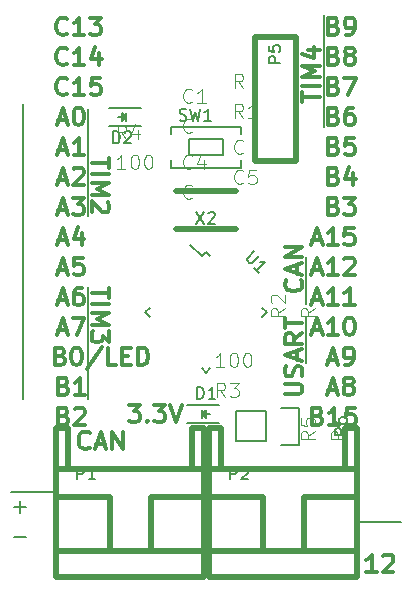
<source format=gbr>
G04 #@! TF.FileFunction,Legend,Top*
%FSLAX46Y46*%
G04 Gerber Fmt 4.6, Leading zero omitted, Abs format (unit mm)*
G04 Created by KiCad (PCBNEW 4.0.4-stable) date 11/06/16 21:39:48*
%MOMM*%
%LPD*%
G01*
G04 APERTURE LIST*
%ADD10C,0.100000*%
%ADD11C,0.300000*%
%ADD12C,0.200000*%
%ADD13C,0.150000*%
%ADD14C,0.500000*%
%ADD15C,0.101600*%
G04 APERTURE END LIST*
D10*
D11*
X8321429Y-24642857D02*
X8321429Y-25500000D01*
X6821429Y-25071429D02*
X8321429Y-25071429D01*
X6821429Y-26000000D02*
X8321429Y-26000000D01*
X6821429Y-26714286D02*
X8321429Y-26714286D01*
X7250000Y-27214286D01*
X8321429Y-27714286D01*
X6821429Y-27714286D01*
X8321429Y-28285715D02*
X8321429Y-29214286D01*
X7750000Y-28714286D01*
X7750000Y-28928572D01*
X7678571Y-29071429D01*
X7607143Y-29142858D01*
X7464286Y-29214286D01*
X7107143Y-29214286D01*
X6964286Y-29142858D01*
X6892857Y-29071429D01*
X6821429Y-28928572D01*
X6821429Y-28500000D01*
X6892857Y-28357143D01*
X6964286Y-28285715D01*
X8321429Y-13642857D02*
X8321429Y-14500000D01*
X6821429Y-14071429D02*
X8321429Y-14071429D01*
X6821429Y-15000000D02*
X8321429Y-15000000D01*
X6821429Y-15714286D02*
X8321429Y-15714286D01*
X7250000Y-16214286D01*
X8321429Y-16714286D01*
X6821429Y-16714286D01*
X8178571Y-17357143D02*
X8250000Y-17428572D01*
X8321429Y-17571429D01*
X8321429Y-17928572D01*
X8250000Y-18071429D01*
X8178571Y-18142858D01*
X8035714Y-18214286D01*
X7892857Y-18214286D01*
X7678571Y-18142858D01*
X6821429Y-17285715D01*
X6821429Y-18214286D01*
X24678571Y-8857143D02*
X24678571Y-8000000D01*
X26178571Y-8428571D02*
X24678571Y-8428571D01*
X26178571Y-7500000D02*
X24678571Y-7500000D01*
X26178571Y-6785714D02*
X24678571Y-6785714D01*
X25750000Y-6285714D01*
X24678571Y-5785714D01*
X26178571Y-5785714D01*
X25178571Y-4428571D02*
X26178571Y-4428571D01*
X24607143Y-4785714D02*
X25678571Y-5142857D01*
X25678571Y-4214285D01*
D12*
X26500000Y-11000000D02*
X26500000Y-1500000D01*
X6500000Y-24500000D02*
X6500000Y-34000000D01*
X6500000Y-9500000D02*
X6500000Y-18500000D01*
X1000000Y-9000000D02*
X1000000Y-34000000D01*
D11*
X23178571Y-33607142D02*
X24392857Y-33607142D01*
X24535714Y-33535714D01*
X24607143Y-33464285D01*
X24678571Y-33321428D01*
X24678571Y-33035714D01*
X24607143Y-32892856D01*
X24535714Y-32821428D01*
X24392857Y-32749999D01*
X23178571Y-32749999D01*
X24607143Y-32107142D02*
X24678571Y-31892856D01*
X24678571Y-31535713D01*
X24607143Y-31392856D01*
X24535714Y-31321427D01*
X24392857Y-31249999D01*
X24250000Y-31249999D01*
X24107143Y-31321427D01*
X24035714Y-31392856D01*
X23964286Y-31535713D01*
X23892857Y-31821427D01*
X23821429Y-31964285D01*
X23750000Y-32035713D01*
X23607143Y-32107142D01*
X23464286Y-32107142D01*
X23321429Y-32035713D01*
X23250000Y-31964285D01*
X23178571Y-31821427D01*
X23178571Y-31464285D01*
X23250000Y-31249999D01*
X24250000Y-30678571D02*
X24250000Y-29964285D01*
X24678571Y-30821428D02*
X23178571Y-30321428D01*
X24678571Y-29821428D01*
X24678571Y-28464285D02*
X23964286Y-28964285D01*
X24678571Y-29321428D02*
X23178571Y-29321428D01*
X23178571Y-28750000D01*
X23250000Y-28607142D01*
X23321429Y-28535714D01*
X23464286Y-28464285D01*
X23678571Y-28464285D01*
X23821429Y-28535714D01*
X23892857Y-28607142D01*
X23964286Y-28750000D01*
X23964286Y-29321428D01*
X23178571Y-28035714D02*
X23178571Y-27178571D01*
X24678571Y-27607142D02*
X23178571Y-27607142D01*
D12*
X25000000Y-27000000D02*
X25000000Y-31000000D01*
D11*
X24535714Y-23964285D02*
X24607143Y-24035714D01*
X24678571Y-24250000D01*
X24678571Y-24392857D01*
X24607143Y-24607142D01*
X24464286Y-24750000D01*
X24321429Y-24821428D01*
X24035714Y-24892857D01*
X23821429Y-24892857D01*
X23535714Y-24821428D01*
X23392857Y-24750000D01*
X23250000Y-24607142D01*
X23178571Y-24392857D01*
X23178571Y-24250000D01*
X23250000Y-24035714D01*
X23321429Y-23964285D01*
X24250000Y-23392857D02*
X24250000Y-22678571D01*
X24678571Y-23535714D02*
X23178571Y-23035714D01*
X24678571Y-22535714D01*
X24678571Y-22035714D02*
X23178571Y-22035714D01*
X24678571Y-21178571D01*
X23178571Y-21178571D01*
D12*
X25000000Y-22000000D02*
X25000000Y-26000000D01*
D11*
X9977715Y-34484571D02*
X10906286Y-34484571D01*
X10406286Y-35056000D01*
X10620572Y-35056000D01*
X10763429Y-35127429D01*
X10834858Y-35198857D01*
X10906286Y-35341714D01*
X10906286Y-35698857D01*
X10834858Y-35841714D01*
X10763429Y-35913143D01*
X10620572Y-35984571D01*
X10192000Y-35984571D01*
X10049143Y-35913143D01*
X9977715Y-35841714D01*
X11549143Y-35841714D02*
X11620571Y-35913143D01*
X11549143Y-35984571D01*
X11477714Y-35913143D01*
X11549143Y-35841714D01*
X11549143Y-35984571D01*
X12120572Y-34484571D02*
X13049143Y-34484571D01*
X12549143Y-35056000D01*
X12763429Y-35056000D01*
X12906286Y-35127429D01*
X12977715Y-35198857D01*
X13049143Y-35341714D01*
X13049143Y-35698857D01*
X12977715Y-35841714D01*
X12906286Y-35913143D01*
X12763429Y-35984571D01*
X12334857Y-35984571D01*
X12192000Y-35913143D01*
X12120572Y-35841714D01*
X13477714Y-34484571D02*
X13977714Y-35984571D01*
X14477714Y-34484571D01*
X6655715Y-38127714D02*
X6584286Y-38199143D01*
X6370000Y-38270571D01*
X6227143Y-38270571D01*
X6012858Y-38199143D01*
X5870000Y-38056286D01*
X5798572Y-37913429D01*
X5727143Y-37627714D01*
X5727143Y-37413429D01*
X5798572Y-37127714D01*
X5870000Y-36984857D01*
X6012858Y-36842000D01*
X6227143Y-36770571D01*
X6370000Y-36770571D01*
X6584286Y-36842000D01*
X6655715Y-36913429D01*
X7227143Y-37842000D02*
X7941429Y-37842000D01*
X7084286Y-38270571D02*
X7584286Y-36770571D01*
X8084286Y-38270571D01*
X8584286Y-38270571D02*
X8584286Y-36770571D01*
X9441429Y-38270571D01*
X9441429Y-36770571D01*
X30956286Y-48684571D02*
X30099143Y-48684571D01*
X30527715Y-48684571D02*
X30527715Y-47184571D01*
X30384858Y-47398857D01*
X30242000Y-47541714D01*
X30099143Y-47613143D01*
X31527714Y-47327429D02*
X31599143Y-47256000D01*
X31742000Y-47184571D01*
X32099143Y-47184571D01*
X32242000Y-47256000D01*
X32313429Y-47327429D01*
X32384857Y-47470286D01*
X32384857Y-47613143D01*
X32313429Y-47827429D01*
X31456286Y-48684571D01*
X32384857Y-48684571D01*
D12*
X29464000Y-44450000D02*
X33020000Y-44450000D01*
X1270000Y-45720000D02*
X254000Y-45720000D01*
X762000Y-42672000D02*
X762000Y-43688000D01*
X1270000Y-43180000D02*
X254000Y-43180000D01*
X3556000Y-41910000D02*
X0Y-41910000D01*
D11*
X4472858Y-35452857D02*
X4687144Y-35524286D01*
X4758572Y-35595714D01*
X4830001Y-35738571D01*
X4830001Y-35952857D01*
X4758572Y-36095714D01*
X4687144Y-36167143D01*
X4544286Y-36238571D01*
X3972858Y-36238571D01*
X3972858Y-34738571D01*
X4472858Y-34738571D01*
X4615715Y-34810000D01*
X4687144Y-34881429D01*
X4758572Y-35024286D01*
X4758572Y-35167143D01*
X4687144Y-35310000D01*
X4615715Y-35381429D01*
X4472858Y-35452857D01*
X3972858Y-35452857D01*
X5401429Y-34881429D02*
X5472858Y-34810000D01*
X5615715Y-34738571D01*
X5972858Y-34738571D01*
X6115715Y-34810000D01*
X6187144Y-34881429D01*
X6258572Y-35024286D01*
X6258572Y-35167143D01*
X6187144Y-35381429D01*
X5330001Y-36238571D01*
X6258572Y-36238571D01*
X4472858Y-32912857D02*
X4687144Y-32984286D01*
X4758572Y-33055714D01*
X4830001Y-33198571D01*
X4830001Y-33412857D01*
X4758572Y-33555714D01*
X4687144Y-33627143D01*
X4544286Y-33698571D01*
X3972858Y-33698571D01*
X3972858Y-32198571D01*
X4472858Y-32198571D01*
X4615715Y-32270000D01*
X4687144Y-32341429D01*
X4758572Y-32484286D01*
X4758572Y-32627143D01*
X4687144Y-32770000D01*
X4615715Y-32841429D01*
X4472858Y-32912857D01*
X3972858Y-32912857D01*
X6258572Y-33698571D02*
X5401429Y-33698571D01*
X5830001Y-33698571D02*
X5830001Y-32198571D01*
X5687144Y-32412857D01*
X5544286Y-32555714D01*
X5401429Y-32627143D01*
X4191429Y-30372857D02*
X4405715Y-30444286D01*
X4477143Y-30515714D01*
X4548572Y-30658571D01*
X4548572Y-30872857D01*
X4477143Y-31015714D01*
X4405715Y-31087143D01*
X4262857Y-31158571D01*
X3691429Y-31158571D01*
X3691429Y-29658571D01*
X4191429Y-29658571D01*
X4334286Y-29730000D01*
X4405715Y-29801429D01*
X4477143Y-29944286D01*
X4477143Y-30087143D01*
X4405715Y-30230000D01*
X4334286Y-30301429D01*
X4191429Y-30372857D01*
X3691429Y-30372857D01*
X5477143Y-29658571D02*
X5620000Y-29658571D01*
X5762857Y-29730000D01*
X5834286Y-29801429D01*
X5905715Y-29944286D01*
X5977143Y-30230000D01*
X5977143Y-30587143D01*
X5905715Y-30872857D01*
X5834286Y-31015714D01*
X5762857Y-31087143D01*
X5620000Y-31158571D01*
X5477143Y-31158571D01*
X5334286Y-31087143D01*
X5262857Y-31015714D01*
X5191429Y-30872857D01*
X5120000Y-30587143D01*
X5120000Y-30230000D01*
X5191429Y-29944286D01*
X5262857Y-29801429D01*
X5334286Y-29730000D01*
X5477143Y-29658571D01*
X7691428Y-29587143D02*
X6405714Y-31515714D01*
X8905715Y-31158571D02*
X8191429Y-31158571D01*
X8191429Y-29658571D01*
X9405715Y-30372857D02*
X9905715Y-30372857D01*
X10120001Y-31158571D02*
X9405715Y-31158571D01*
X9405715Y-29658571D01*
X10120001Y-29658571D01*
X10762858Y-31158571D02*
X10762858Y-29658571D01*
X11120001Y-29658571D01*
X11334286Y-29730000D01*
X11477144Y-29872857D01*
X11548572Y-30015714D01*
X11620001Y-30301429D01*
X11620001Y-30515714D01*
X11548572Y-30801429D01*
X11477144Y-30944286D01*
X11334286Y-31087143D01*
X11120001Y-31158571D01*
X10762858Y-31158571D01*
X4008572Y-28190000D02*
X4722858Y-28190000D01*
X3865715Y-28618571D02*
X4365715Y-27118571D01*
X4865715Y-28618571D01*
X5222858Y-27118571D02*
X6222858Y-27118571D01*
X5580001Y-28618571D01*
X4008572Y-25650000D02*
X4722858Y-25650000D01*
X3865715Y-26078571D02*
X4365715Y-24578571D01*
X4865715Y-26078571D01*
X6008572Y-24578571D02*
X5722858Y-24578571D01*
X5580001Y-24650000D01*
X5508572Y-24721429D01*
X5365715Y-24935714D01*
X5294286Y-25221429D01*
X5294286Y-25792857D01*
X5365715Y-25935714D01*
X5437143Y-26007143D01*
X5580001Y-26078571D01*
X5865715Y-26078571D01*
X6008572Y-26007143D01*
X6080001Y-25935714D01*
X6151429Y-25792857D01*
X6151429Y-25435714D01*
X6080001Y-25292857D01*
X6008572Y-25221429D01*
X5865715Y-25150000D01*
X5580001Y-25150000D01*
X5437143Y-25221429D01*
X5365715Y-25292857D01*
X5294286Y-25435714D01*
X4008572Y-23110000D02*
X4722858Y-23110000D01*
X3865715Y-23538571D02*
X4365715Y-22038571D01*
X4865715Y-23538571D01*
X6080001Y-22038571D02*
X5365715Y-22038571D01*
X5294286Y-22752857D01*
X5365715Y-22681429D01*
X5508572Y-22610000D01*
X5865715Y-22610000D01*
X6008572Y-22681429D01*
X6080001Y-22752857D01*
X6151429Y-22895714D01*
X6151429Y-23252857D01*
X6080001Y-23395714D01*
X6008572Y-23467143D01*
X5865715Y-23538571D01*
X5508572Y-23538571D01*
X5365715Y-23467143D01*
X5294286Y-23395714D01*
X4008572Y-20570000D02*
X4722858Y-20570000D01*
X3865715Y-20998571D02*
X4365715Y-19498571D01*
X4865715Y-20998571D01*
X6008572Y-19998571D02*
X6008572Y-20998571D01*
X5651429Y-19427143D02*
X5294286Y-20498571D01*
X6222858Y-20498571D01*
X4008572Y-18030000D02*
X4722858Y-18030000D01*
X3865715Y-18458571D02*
X4365715Y-16958571D01*
X4865715Y-18458571D01*
X5222858Y-16958571D02*
X6151429Y-16958571D01*
X5651429Y-17530000D01*
X5865715Y-17530000D01*
X6008572Y-17601429D01*
X6080001Y-17672857D01*
X6151429Y-17815714D01*
X6151429Y-18172857D01*
X6080001Y-18315714D01*
X6008572Y-18387143D01*
X5865715Y-18458571D01*
X5437143Y-18458571D01*
X5294286Y-18387143D01*
X5222858Y-18315714D01*
X4008572Y-15490000D02*
X4722858Y-15490000D01*
X3865715Y-15918571D02*
X4365715Y-14418571D01*
X4865715Y-15918571D01*
X5294286Y-14561429D02*
X5365715Y-14490000D01*
X5508572Y-14418571D01*
X5865715Y-14418571D01*
X6008572Y-14490000D01*
X6080001Y-14561429D01*
X6151429Y-14704286D01*
X6151429Y-14847143D01*
X6080001Y-15061429D01*
X5222858Y-15918571D01*
X6151429Y-15918571D01*
X4008572Y-12950000D02*
X4722858Y-12950000D01*
X3865715Y-13378571D02*
X4365715Y-11878571D01*
X4865715Y-13378571D01*
X6151429Y-13378571D02*
X5294286Y-13378571D01*
X5722858Y-13378571D02*
X5722858Y-11878571D01*
X5580001Y-12092857D01*
X5437143Y-12235714D01*
X5294286Y-12307143D01*
X4008572Y-10410000D02*
X4722858Y-10410000D01*
X3865715Y-10838571D02*
X4365715Y-9338571D01*
X4865715Y-10838571D01*
X5651429Y-9338571D02*
X5794286Y-9338571D01*
X5937143Y-9410000D01*
X6008572Y-9481429D01*
X6080001Y-9624286D01*
X6151429Y-9910000D01*
X6151429Y-10267143D01*
X6080001Y-10552857D01*
X6008572Y-10695714D01*
X5937143Y-10767143D01*
X5794286Y-10838571D01*
X5651429Y-10838571D01*
X5508572Y-10767143D01*
X5437143Y-10695714D01*
X5365715Y-10552857D01*
X5294286Y-10267143D01*
X5294286Y-9910000D01*
X5365715Y-9624286D01*
X5437143Y-9481429D01*
X5508572Y-9410000D01*
X5651429Y-9338571D01*
X25983572Y-35452857D02*
X26197858Y-35524286D01*
X26269286Y-35595714D01*
X26340715Y-35738571D01*
X26340715Y-35952857D01*
X26269286Y-36095714D01*
X26197858Y-36167143D01*
X26055000Y-36238571D01*
X25483572Y-36238571D01*
X25483572Y-34738571D01*
X25983572Y-34738571D01*
X26126429Y-34810000D01*
X26197858Y-34881429D01*
X26269286Y-35024286D01*
X26269286Y-35167143D01*
X26197858Y-35310000D01*
X26126429Y-35381429D01*
X25983572Y-35452857D01*
X25483572Y-35452857D01*
X27769286Y-36238571D02*
X26912143Y-36238571D01*
X27340715Y-36238571D02*
X27340715Y-34738571D01*
X27197858Y-34952857D01*
X27055000Y-35095714D01*
X26912143Y-35167143D01*
X29126429Y-34738571D02*
X28412143Y-34738571D01*
X28340714Y-35452857D01*
X28412143Y-35381429D01*
X28555000Y-35310000D01*
X28912143Y-35310000D01*
X29055000Y-35381429D01*
X29126429Y-35452857D01*
X29197857Y-35595714D01*
X29197857Y-35952857D01*
X29126429Y-36095714D01*
X29055000Y-36167143D01*
X28912143Y-36238571D01*
X28555000Y-36238571D01*
X28412143Y-36167143D01*
X28340714Y-36095714D01*
X26868572Y-33270000D02*
X27582858Y-33270000D01*
X26725715Y-33698571D02*
X27225715Y-32198571D01*
X27725715Y-33698571D01*
X28440001Y-32841429D02*
X28297143Y-32770000D01*
X28225715Y-32698571D01*
X28154286Y-32555714D01*
X28154286Y-32484286D01*
X28225715Y-32341429D01*
X28297143Y-32270000D01*
X28440001Y-32198571D01*
X28725715Y-32198571D01*
X28868572Y-32270000D01*
X28940001Y-32341429D01*
X29011429Y-32484286D01*
X29011429Y-32555714D01*
X28940001Y-32698571D01*
X28868572Y-32770000D01*
X28725715Y-32841429D01*
X28440001Y-32841429D01*
X28297143Y-32912857D01*
X28225715Y-32984286D01*
X28154286Y-33127143D01*
X28154286Y-33412857D01*
X28225715Y-33555714D01*
X28297143Y-33627143D01*
X28440001Y-33698571D01*
X28725715Y-33698571D01*
X28868572Y-33627143D01*
X28940001Y-33555714D01*
X29011429Y-33412857D01*
X29011429Y-33127143D01*
X28940001Y-32984286D01*
X28868572Y-32912857D01*
X28725715Y-32841429D01*
X26868572Y-30730000D02*
X27582858Y-30730000D01*
X26725715Y-31158571D02*
X27225715Y-29658571D01*
X27725715Y-31158571D01*
X28297143Y-31158571D02*
X28582858Y-31158571D01*
X28725715Y-31087143D01*
X28797143Y-31015714D01*
X28940001Y-30801429D01*
X29011429Y-30515714D01*
X29011429Y-29944286D01*
X28940001Y-29801429D01*
X28868572Y-29730000D01*
X28725715Y-29658571D01*
X28440001Y-29658571D01*
X28297143Y-29730000D01*
X28225715Y-29801429D01*
X28154286Y-29944286D01*
X28154286Y-30301429D01*
X28225715Y-30444286D01*
X28297143Y-30515714D01*
X28440001Y-30587143D01*
X28725715Y-30587143D01*
X28868572Y-30515714D01*
X28940001Y-30444286D01*
X29011429Y-30301429D01*
X25519286Y-23110000D02*
X26233572Y-23110000D01*
X25376429Y-23538571D02*
X25876429Y-22038571D01*
X26376429Y-23538571D01*
X27662143Y-23538571D02*
X26805000Y-23538571D01*
X27233572Y-23538571D02*
X27233572Y-22038571D01*
X27090715Y-22252857D01*
X26947857Y-22395714D01*
X26805000Y-22467143D01*
X28233571Y-22181429D02*
X28305000Y-22110000D01*
X28447857Y-22038571D01*
X28805000Y-22038571D01*
X28947857Y-22110000D01*
X29019286Y-22181429D01*
X29090714Y-22324286D01*
X29090714Y-22467143D01*
X29019286Y-22681429D01*
X28162143Y-23538571D01*
X29090714Y-23538571D01*
X25519286Y-28190000D02*
X26233572Y-28190000D01*
X25376429Y-28618571D02*
X25876429Y-27118571D01*
X26376429Y-28618571D01*
X27662143Y-28618571D02*
X26805000Y-28618571D01*
X27233572Y-28618571D02*
X27233572Y-27118571D01*
X27090715Y-27332857D01*
X26947857Y-27475714D01*
X26805000Y-27547143D01*
X28590714Y-27118571D02*
X28733571Y-27118571D01*
X28876428Y-27190000D01*
X28947857Y-27261429D01*
X29019286Y-27404286D01*
X29090714Y-27690000D01*
X29090714Y-28047143D01*
X29019286Y-28332857D01*
X28947857Y-28475714D01*
X28876428Y-28547143D01*
X28733571Y-28618571D01*
X28590714Y-28618571D01*
X28447857Y-28547143D01*
X28376428Y-28475714D01*
X28305000Y-28332857D01*
X28233571Y-28047143D01*
X28233571Y-27690000D01*
X28305000Y-27404286D01*
X28376428Y-27261429D01*
X28447857Y-27190000D01*
X28590714Y-27118571D01*
X25519286Y-25650000D02*
X26233572Y-25650000D01*
X25376429Y-26078571D02*
X25876429Y-24578571D01*
X26376429Y-26078571D01*
X27662143Y-26078571D02*
X26805000Y-26078571D01*
X27233572Y-26078571D02*
X27233572Y-24578571D01*
X27090715Y-24792857D01*
X26947857Y-24935714D01*
X26805000Y-25007143D01*
X29090714Y-26078571D02*
X28233571Y-26078571D01*
X28662143Y-26078571D02*
X28662143Y-24578571D01*
X28519286Y-24792857D01*
X28376428Y-24935714D01*
X28233571Y-25007143D01*
X25519286Y-20570000D02*
X26233572Y-20570000D01*
X25376429Y-20998571D02*
X25876429Y-19498571D01*
X26376429Y-20998571D01*
X27662143Y-20998571D02*
X26805000Y-20998571D01*
X27233572Y-20998571D02*
X27233572Y-19498571D01*
X27090715Y-19712857D01*
X26947857Y-19855714D01*
X26805000Y-19927143D01*
X29019286Y-19498571D02*
X28305000Y-19498571D01*
X28233571Y-20212857D01*
X28305000Y-20141429D01*
X28447857Y-20070000D01*
X28805000Y-20070000D01*
X28947857Y-20141429D01*
X29019286Y-20212857D01*
X29090714Y-20355714D01*
X29090714Y-20712857D01*
X29019286Y-20855714D01*
X28947857Y-20927143D01*
X28805000Y-20998571D01*
X28447857Y-20998571D01*
X28305000Y-20927143D01*
X28233571Y-20855714D01*
X27332858Y-17672857D02*
X27547144Y-17744286D01*
X27618572Y-17815714D01*
X27690001Y-17958571D01*
X27690001Y-18172857D01*
X27618572Y-18315714D01*
X27547144Y-18387143D01*
X27404286Y-18458571D01*
X26832858Y-18458571D01*
X26832858Y-16958571D01*
X27332858Y-16958571D01*
X27475715Y-17030000D01*
X27547144Y-17101429D01*
X27618572Y-17244286D01*
X27618572Y-17387143D01*
X27547144Y-17530000D01*
X27475715Y-17601429D01*
X27332858Y-17672857D01*
X26832858Y-17672857D01*
X28190001Y-16958571D02*
X29118572Y-16958571D01*
X28618572Y-17530000D01*
X28832858Y-17530000D01*
X28975715Y-17601429D01*
X29047144Y-17672857D01*
X29118572Y-17815714D01*
X29118572Y-18172857D01*
X29047144Y-18315714D01*
X28975715Y-18387143D01*
X28832858Y-18458571D01*
X28404286Y-18458571D01*
X28261429Y-18387143D01*
X28190001Y-18315714D01*
X27332858Y-15132857D02*
X27547144Y-15204286D01*
X27618572Y-15275714D01*
X27690001Y-15418571D01*
X27690001Y-15632857D01*
X27618572Y-15775714D01*
X27547144Y-15847143D01*
X27404286Y-15918571D01*
X26832858Y-15918571D01*
X26832858Y-14418571D01*
X27332858Y-14418571D01*
X27475715Y-14490000D01*
X27547144Y-14561429D01*
X27618572Y-14704286D01*
X27618572Y-14847143D01*
X27547144Y-14990000D01*
X27475715Y-15061429D01*
X27332858Y-15132857D01*
X26832858Y-15132857D01*
X28975715Y-14918571D02*
X28975715Y-15918571D01*
X28618572Y-14347143D02*
X28261429Y-15418571D01*
X29190001Y-15418571D01*
X27332858Y-12592857D02*
X27547144Y-12664286D01*
X27618572Y-12735714D01*
X27690001Y-12878571D01*
X27690001Y-13092857D01*
X27618572Y-13235714D01*
X27547144Y-13307143D01*
X27404286Y-13378571D01*
X26832858Y-13378571D01*
X26832858Y-11878571D01*
X27332858Y-11878571D01*
X27475715Y-11950000D01*
X27547144Y-12021429D01*
X27618572Y-12164286D01*
X27618572Y-12307143D01*
X27547144Y-12450000D01*
X27475715Y-12521429D01*
X27332858Y-12592857D01*
X26832858Y-12592857D01*
X29047144Y-11878571D02*
X28332858Y-11878571D01*
X28261429Y-12592857D01*
X28332858Y-12521429D01*
X28475715Y-12450000D01*
X28832858Y-12450000D01*
X28975715Y-12521429D01*
X29047144Y-12592857D01*
X29118572Y-12735714D01*
X29118572Y-13092857D01*
X29047144Y-13235714D01*
X28975715Y-13307143D01*
X28832858Y-13378571D01*
X28475715Y-13378571D01*
X28332858Y-13307143D01*
X28261429Y-13235714D01*
X27332858Y-10052857D02*
X27547144Y-10124286D01*
X27618572Y-10195714D01*
X27690001Y-10338571D01*
X27690001Y-10552857D01*
X27618572Y-10695714D01*
X27547144Y-10767143D01*
X27404286Y-10838571D01*
X26832858Y-10838571D01*
X26832858Y-9338571D01*
X27332858Y-9338571D01*
X27475715Y-9410000D01*
X27547144Y-9481429D01*
X27618572Y-9624286D01*
X27618572Y-9767143D01*
X27547144Y-9910000D01*
X27475715Y-9981429D01*
X27332858Y-10052857D01*
X26832858Y-10052857D01*
X28975715Y-9338571D02*
X28690001Y-9338571D01*
X28547144Y-9410000D01*
X28475715Y-9481429D01*
X28332858Y-9695714D01*
X28261429Y-9981429D01*
X28261429Y-10552857D01*
X28332858Y-10695714D01*
X28404286Y-10767143D01*
X28547144Y-10838571D01*
X28832858Y-10838571D01*
X28975715Y-10767143D01*
X29047144Y-10695714D01*
X29118572Y-10552857D01*
X29118572Y-10195714D01*
X29047144Y-10052857D01*
X28975715Y-9981429D01*
X28832858Y-9910000D01*
X28547144Y-9910000D01*
X28404286Y-9981429D01*
X28332858Y-10052857D01*
X28261429Y-10195714D01*
X27332858Y-7512857D02*
X27547144Y-7584286D01*
X27618572Y-7655714D01*
X27690001Y-7798571D01*
X27690001Y-8012857D01*
X27618572Y-8155714D01*
X27547144Y-8227143D01*
X27404286Y-8298571D01*
X26832858Y-8298571D01*
X26832858Y-6798571D01*
X27332858Y-6798571D01*
X27475715Y-6870000D01*
X27547144Y-6941429D01*
X27618572Y-7084286D01*
X27618572Y-7227143D01*
X27547144Y-7370000D01*
X27475715Y-7441429D01*
X27332858Y-7512857D01*
X26832858Y-7512857D01*
X28190001Y-6798571D02*
X29190001Y-6798571D01*
X28547144Y-8298571D01*
X27332858Y-4972857D02*
X27547144Y-5044286D01*
X27618572Y-5115714D01*
X27690001Y-5258571D01*
X27690001Y-5472857D01*
X27618572Y-5615714D01*
X27547144Y-5687143D01*
X27404286Y-5758571D01*
X26832858Y-5758571D01*
X26832858Y-4258571D01*
X27332858Y-4258571D01*
X27475715Y-4330000D01*
X27547144Y-4401429D01*
X27618572Y-4544286D01*
X27618572Y-4687143D01*
X27547144Y-4830000D01*
X27475715Y-4901429D01*
X27332858Y-4972857D01*
X26832858Y-4972857D01*
X28547144Y-4901429D02*
X28404286Y-4830000D01*
X28332858Y-4758571D01*
X28261429Y-4615714D01*
X28261429Y-4544286D01*
X28332858Y-4401429D01*
X28404286Y-4330000D01*
X28547144Y-4258571D01*
X28832858Y-4258571D01*
X28975715Y-4330000D01*
X29047144Y-4401429D01*
X29118572Y-4544286D01*
X29118572Y-4615714D01*
X29047144Y-4758571D01*
X28975715Y-4830000D01*
X28832858Y-4901429D01*
X28547144Y-4901429D01*
X28404286Y-4972857D01*
X28332858Y-5044286D01*
X28261429Y-5187143D01*
X28261429Y-5472857D01*
X28332858Y-5615714D01*
X28404286Y-5687143D01*
X28547144Y-5758571D01*
X28832858Y-5758571D01*
X28975715Y-5687143D01*
X29047144Y-5615714D01*
X29118572Y-5472857D01*
X29118572Y-5187143D01*
X29047144Y-5044286D01*
X28975715Y-4972857D01*
X28832858Y-4901429D01*
X27332858Y-2432857D02*
X27547144Y-2504286D01*
X27618572Y-2575714D01*
X27690001Y-2718571D01*
X27690001Y-2932857D01*
X27618572Y-3075714D01*
X27547144Y-3147143D01*
X27404286Y-3218571D01*
X26832858Y-3218571D01*
X26832858Y-1718571D01*
X27332858Y-1718571D01*
X27475715Y-1790000D01*
X27547144Y-1861429D01*
X27618572Y-2004286D01*
X27618572Y-2147143D01*
X27547144Y-2290000D01*
X27475715Y-2361429D01*
X27332858Y-2432857D01*
X26832858Y-2432857D01*
X28404286Y-3218571D02*
X28690001Y-3218571D01*
X28832858Y-3147143D01*
X28904286Y-3075714D01*
X29047144Y-2861429D01*
X29118572Y-2575714D01*
X29118572Y-2004286D01*
X29047144Y-1861429D01*
X28975715Y-1790000D01*
X28832858Y-1718571D01*
X28547144Y-1718571D01*
X28404286Y-1790000D01*
X28332858Y-1861429D01*
X28261429Y-2004286D01*
X28261429Y-2361429D01*
X28332858Y-2504286D01*
X28404286Y-2575714D01*
X28547144Y-2647143D01*
X28832858Y-2647143D01*
X28975715Y-2575714D01*
X29047144Y-2504286D01*
X29118572Y-2361429D01*
X4750715Y-8155714D02*
X4679286Y-8227143D01*
X4465000Y-8298571D01*
X4322143Y-8298571D01*
X4107858Y-8227143D01*
X3965000Y-8084286D01*
X3893572Y-7941429D01*
X3822143Y-7655714D01*
X3822143Y-7441429D01*
X3893572Y-7155714D01*
X3965000Y-7012857D01*
X4107858Y-6870000D01*
X4322143Y-6798571D01*
X4465000Y-6798571D01*
X4679286Y-6870000D01*
X4750715Y-6941429D01*
X6179286Y-8298571D02*
X5322143Y-8298571D01*
X5750715Y-8298571D02*
X5750715Y-6798571D01*
X5607858Y-7012857D01*
X5465000Y-7155714D01*
X5322143Y-7227143D01*
X7536429Y-6798571D02*
X6822143Y-6798571D01*
X6750714Y-7512857D01*
X6822143Y-7441429D01*
X6965000Y-7370000D01*
X7322143Y-7370000D01*
X7465000Y-7441429D01*
X7536429Y-7512857D01*
X7607857Y-7655714D01*
X7607857Y-8012857D01*
X7536429Y-8155714D01*
X7465000Y-8227143D01*
X7322143Y-8298571D01*
X6965000Y-8298571D01*
X6822143Y-8227143D01*
X6750714Y-8155714D01*
X4750715Y-5615714D02*
X4679286Y-5687143D01*
X4465000Y-5758571D01*
X4322143Y-5758571D01*
X4107858Y-5687143D01*
X3965000Y-5544286D01*
X3893572Y-5401429D01*
X3822143Y-5115714D01*
X3822143Y-4901429D01*
X3893572Y-4615714D01*
X3965000Y-4472857D01*
X4107858Y-4330000D01*
X4322143Y-4258571D01*
X4465000Y-4258571D01*
X4679286Y-4330000D01*
X4750715Y-4401429D01*
X6179286Y-5758571D02*
X5322143Y-5758571D01*
X5750715Y-5758571D02*
X5750715Y-4258571D01*
X5607858Y-4472857D01*
X5465000Y-4615714D01*
X5322143Y-4687143D01*
X7465000Y-4758571D02*
X7465000Y-5758571D01*
X7107857Y-4187143D02*
X6750714Y-5258571D01*
X7679286Y-5258571D01*
X4750715Y-3075714D02*
X4679286Y-3147143D01*
X4465000Y-3218571D01*
X4322143Y-3218571D01*
X4107858Y-3147143D01*
X3965000Y-3004286D01*
X3893572Y-2861429D01*
X3822143Y-2575714D01*
X3822143Y-2361429D01*
X3893572Y-2075714D01*
X3965000Y-1932857D01*
X4107858Y-1790000D01*
X4322143Y-1718571D01*
X4465000Y-1718571D01*
X4679286Y-1790000D01*
X4750715Y-1861429D01*
X6179286Y-3218571D02*
X5322143Y-3218571D01*
X5750715Y-3218571D02*
X5750715Y-1718571D01*
X5607858Y-1932857D01*
X5465000Y-2075714D01*
X5322143Y-2147143D01*
X6679286Y-1718571D02*
X7607857Y-1718571D01*
X7107857Y-2290000D01*
X7322143Y-2290000D01*
X7465000Y-2361429D01*
X7536429Y-2432857D01*
X7607857Y-2575714D01*
X7607857Y-2932857D01*
X7536429Y-3075714D01*
X7465000Y-3147143D01*
X7322143Y-3218571D01*
X6893571Y-3218571D01*
X6750714Y-3147143D01*
X6679286Y-3075714D01*
D13*
X14910000Y-36056000D02*
X17610000Y-36056000D01*
X14910000Y-34556000D02*
X17610000Y-34556000D01*
X16410000Y-35456000D02*
X16410000Y-35206000D01*
X16410000Y-35206000D02*
X16260000Y-35356000D01*
X16160000Y-34956000D02*
X16160000Y-35656000D01*
X16510000Y-35306000D02*
X16860000Y-35306000D01*
X16160000Y-35306000D02*
X16510000Y-34956000D01*
X16510000Y-34956000D02*
X16510000Y-35656000D01*
X16510000Y-35656000D02*
X16160000Y-35306000D01*
X10998000Y-9410000D02*
X8298000Y-9410000D01*
X10998000Y-10910000D02*
X8298000Y-10910000D01*
X9498000Y-10010000D02*
X9498000Y-10260000D01*
X9498000Y-10260000D02*
X9648000Y-10110000D01*
X9748000Y-10510000D02*
X9748000Y-9810000D01*
X9398000Y-10160000D02*
X9048000Y-10160000D01*
X9748000Y-10160000D02*
X9398000Y-10510000D01*
X9398000Y-10510000D02*
X9398000Y-9810000D01*
X9398000Y-9810000D02*
X9748000Y-10160000D01*
D14*
X16350000Y-36478000D02*
X15350000Y-36478000D01*
X15350000Y-36478000D02*
X15350000Y-39978000D01*
X3850000Y-36478000D02*
X4850000Y-36478000D01*
X4850000Y-36478000D02*
X4850000Y-39978000D01*
X16350000Y-39978000D02*
X3850000Y-39978000D01*
X11850000Y-42278000D02*
X16350000Y-42278000D01*
X8350000Y-42278000D02*
X3850000Y-42278000D01*
X11850000Y-42278000D02*
X11850000Y-46878000D01*
X8350000Y-42278000D02*
X8350000Y-46878000D01*
X3850000Y-46878000D02*
X16350000Y-46878000D01*
X16350000Y-36478000D02*
X16350000Y-49078000D01*
X16350000Y-49078000D02*
X3850000Y-49078000D01*
X3850000Y-36478000D02*
X3850000Y-49078000D01*
X29304000Y-36478000D02*
X28304000Y-36478000D01*
X28304000Y-36478000D02*
X28304000Y-39978000D01*
X16804000Y-36478000D02*
X17804000Y-36478000D01*
X17804000Y-36478000D02*
X17804000Y-39978000D01*
X29304000Y-39978000D02*
X16804000Y-39978000D01*
X24804000Y-42278000D02*
X29304000Y-42278000D01*
X21304000Y-42278000D02*
X16804000Y-42278000D01*
X24804000Y-42278000D02*
X24804000Y-46878000D01*
X21304000Y-42278000D02*
X21304000Y-46878000D01*
X16804000Y-46878000D02*
X29304000Y-46878000D01*
X29304000Y-36478000D02*
X29304000Y-49078000D01*
X29304000Y-49078000D02*
X16804000Y-49078000D01*
X16804000Y-36478000D02*
X16804000Y-49078000D01*
D13*
X15110000Y-12000000D02*
X17910000Y-12000000D01*
X17910000Y-12000000D02*
X17910000Y-13400000D01*
X17910000Y-13400000D02*
X15110000Y-13400000D01*
X15110000Y-13400000D02*
X15110000Y-12000000D01*
X19510000Y-10950000D02*
X19510000Y-11600000D01*
X19510000Y-14450000D02*
X19510000Y-13800000D01*
X13510000Y-13800000D02*
X13510000Y-14450000D01*
X13510000Y-10950000D02*
X13510000Y-11600000D01*
X19510000Y-10950000D02*
X13510000Y-10950000D01*
X13510000Y-14450000D02*
X19510000Y-14450000D01*
X16510000Y-21543476D02*
X16138769Y-21914707D01*
X21636524Y-26670000D02*
X21265293Y-27041231D01*
X16510000Y-31796524D02*
X16881231Y-31425293D01*
X11383476Y-26670000D02*
X11754707Y-26298769D01*
X16510000Y-21543476D02*
X16881231Y-21914707D01*
X11383476Y-26670000D02*
X11754707Y-27041231D01*
X16510000Y-31796524D02*
X16138769Y-31425293D01*
X21636524Y-26670000D02*
X21265293Y-26298769D01*
X16138769Y-21914707D02*
X15166497Y-20942435D01*
D14*
X14010000Y-19634000D02*
X19010000Y-19634000D01*
X19010000Y-16434000D02*
X14010000Y-16434000D01*
X20660000Y-13826000D02*
X24160000Y-13826000D01*
X20660000Y-3326000D02*
X20660000Y-13826000D01*
X24160000Y-3326000D02*
X24160000Y-13826000D01*
X24160000Y-3326000D02*
X20660000Y-3326000D01*
D13*
X21590000Y-37592000D02*
X19050000Y-37592000D01*
X24410000Y-37872000D02*
X22860000Y-37872000D01*
X21590000Y-37592000D02*
X21590000Y-35052000D01*
X22860000Y-34772000D02*
X24410000Y-34772000D01*
X24410000Y-34772000D02*
X24410000Y-37872000D01*
X21590000Y-35052000D02*
X19050000Y-35052000D01*
X19050000Y-35052000D02*
X19050000Y-37592000D01*
D15*
X15327690Y-8844643D02*
X15270238Y-8902095D01*
X15097881Y-8959548D01*
X14982976Y-8959548D01*
X14810619Y-8902095D01*
X14695714Y-8787190D01*
X14638262Y-8672286D01*
X14580810Y-8442476D01*
X14580810Y-8270119D01*
X14638262Y-8040310D01*
X14695714Y-7925405D01*
X14810619Y-7810500D01*
X14982976Y-7753048D01*
X15097881Y-7753048D01*
X15270238Y-7810500D01*
X15327690Y-7867952D01*
X16476738Y-8959548D02*
X15787310Y-8959548D01*
X16132024Y-8959548D02*
X16132024Y-7753048D01*
X16017119Y-7925405D01*
X15902214Y-8040310D01*
X15787310Y-8097762D01*
X15327690Y-11384643D02*
X15270238Y-11442095D01*
X15097881Y-11499548D01*
X14982976Y-11499548D01*
X14810619Y-11442095D01*
X14695714Y-11327190D01*
X14638262Y-11212286D01*
X14580810Y-10982476D01*
X14580810Y-10810119D01*
X14638262Y-10580310D01*
X14695714Y-10465405D01*
X14810619Y-10350500D01*
X14982976Y-10293048D01*
X15097881Y-10293048D01*
X15270238Y-10350500D01*
X15327690Y-10407952D01*
X15327690Y-14432643D02*
X15270238Y-14490095D01*
X15097881Y-14547548D01*
X14982976Y-14547548D01*
X14810619Y-14490095D01*
X14695714Y-14375190D01*
X14638262Y-14260286D01*
X14580810Y-14030476D01*
X14580810Y-13858119D01*
X14638262Y-13628310D01*
X14695714Y-13513405D01*
X14810619Y-13398500D01*
X14982976Y-13341048D01*
X15097881Y-13341048D01*
X15270238Y-13398500D01*
X15327690Y-13455952D01*
X16361833Y-13743214D02*
X16361833Y-14547548D01*
X16074571Y-13283595D02*
X15787310Y-14145381D01*
X16534190Y-14145381D01*
X15327690Y-16972643D02*
X15270238Y-17030095D01*
X15097881Y-17087548D01*
X14982976Y-17087548D01*
X14810619Y-17030095D01*
X14695714Y-16915190D01*
X14638262Y-16800286D01*
X14580810Y-16570476D01*
X14580810Y-16398119D01*
X14638262Y-16168310D01*
X14695714Y-16053405D01*
X14810619Y-15938500D01*
X14982976Y-15881048D01*
X15097881Y-15881048D01*
X15270238Y-15938500D01*
X15327690Y-15995952D01*
X19645690Y-15702643D02*
X19588238Y-15760095D01*
X19415881Y-15817548D01*
X19300976Y-15817548D01*
X19128619Y-15760095D01*
X19013714Y-15645190D01*
X18956262Y-15530286D01*
X18898810Y-15300476D01*
X18898810Y-15128119D01*
X18956262Y-14898310D01*
X19013714Y-14783405D01*
X19128619Y-14668500D01*
X19300976Y-14611048D01*
X19415881Y-14611048D01*
X19588238Y-14668500D01*
X19645690Y-14725952D01*
X20737286Y-14611048D02*
X20162762Y-14611048D01*
X20105310Y-15185571D01*
X20162762Y-15128119D01*
X20277667Y-15070667D01*
X20564929Y-15070667D01*
X20679833Y-15128119D01*
X20737286Y-15185571D01*
X20794738Y-15300476D01*
X20794738Y-15587738D01*
X20737286Y-15702643D01*
X20679833Y-15760095D01*
X20564929Y-15817548D01*
X20277667Y-15817548D01*
X20162762Y-15760095D01*
X20105310Y-15702643D01*
X19645690Y-13162643D02*
X19588238Y-13220095D01*
X19415881Y-13277548D01*
X19300976Y-13277548D01*
X19128619Y-13220095D01*
X19013714Y-13105190D01*
X18956262Y-12990286D01*
X18898810Y-12760476D01*
X18898810Y-12588119D01*
X18956262Y-12358310D01*
X19013714Y-12243405D01*
X19128619Y-12128500D01*
X19300976Y-12071048D01*
X19415881Y-12071048D01*
X19588238Y-12128500D01*
X19645690Y-12185952D01*
D13*
X15771905Y-34008381D02*
X15771905Y-33008381D01*
X16010000Y-33008381D01*
X16152858Y-33056000D01*
X16248096Y-33151238D01*
X16295715Y-33246476D01*
X16343334Y-33436952D01*
X16343334Y-33579810D01*
X16295715Y-33770286D01*
X16248096Y-33865524D01*
X16152858Y-33960762D01*
X16010000Y-34008381D01*
X15771905Y-34008381D01*
X17295715Y-34008381D02*
X16724286Y-34008381D01*
X17010000Y-34008381D02*
X17010000Y-33008381D01*
X16914762Y-33151238D01*
X16819524Y-33246476D01*
X16724286Y-33294095D01*
X8659905Y-12362381D02*
X8659905Y-11362381D01*
X8898000Y-11362381D01*
X9040858Y-11410000D01*
X9136096Y-11505238D01*
X9183715Y-11600476D01*
X9231334Y-11790952D01*
X9231334Y-11933810D01*
X9183715Y-12124286D01*
X9136096Y-12219524D01*
X9040858Y-12314762D01*
X8898000Y-12362381D01*
X8659905Y-12362381D01*
X9612286Y-11457619D02*
X9659905Y-11410000D01*
X9755143Y-11362381D01*
X9993239Y-11362381D01*
X10088477Y-11410000D01*
X10136096Y-11457619D01*
X10183715Y-11552857D01*
X10183715Y-11648095D01*
X10136096Y-11790952D01*
X9564667Y-12362381D01*
X10183715Y-12362381D01*
X5611905Y-40830381D02*
X5611905Y-39830381D01*
X5992858Y-39830381D01*
X6088096Y-39878000D01*
X6135715Y-39925619D01*
X6183334Y-40020857D01*
X6183334Y-40163714D01*
X6135715Y-40258952D01*
X6088096Y-40306571D01*
X5992858Y-40354190D01*
X5611905Y-40354190D01*
X7135715Y-40830381D02*
X6564286Y-40830381D01*
X6850000Y-40830381D02*
X6850000Y-39830381D01*
X6754762Y-39973238D01*
X6659524Y-40068476D01*
X6564286Y-40116095D01*
X18565905Y-40830381D02*
X18565905Y-39830381D01*
X18946858Y-39830381D01*
X19042096Y-39878000D01*
X19089715Y-39925619D01*
X19137334Y-40020857D01*
X19137334Y-40163714D01*
X19089715Y-40258952D01*
X19042096Y-40306571D01*
X18946858Y-40354190D01*
X18565905Y-40354190D01*
X19518286Y-39925619D02*
X19565905Y-39878000D01*
X19661143Y-39830381D01*
X19899239Y-39830381D01*
X19994477Y-39878000D01*
X20042096Y-39925619D01*
X20089715Y-40020857D01*
X20089715Y-40116095D01*
X20042096Y-40258952D01*
X19470667Y-40830381D01*
X20089715Y-40830381D01*
D15*
X19645690Y-10229548D02*
X19243524Y-9655024D01*
X18956262Y-10229548D02*
X18956262Y-9023048D01*
X19415881Y-9023048D01*
X19530786Y-9080500D01*
X19588238Y-9137952D01*
X19645690Y-9252857D01*
X19645690Y-9425214D01*
X19588238Y-9540119D01*
X19530786Y-9597571D01*
X19415881Y-9655024D01*
X18956262Y-9655024D01*
X20794738Y-10229548D02*
X20105310Y-10229548D01*
X20450024Y-10229548D02*
X20450024Y-9023048D01*
X20335119Y-9195405D01*
X20220214Y-9310310D01*
X20105310Y-9367762D01*
X19645690Y-7689548D02*
X19243524Y-7115024D01*
X18956262Y-7689548D02*
X18956262Y-6483048D01*
X19415881Y-6483048D01*
X19530786Y-6540500D01*
X19588238Y-6597952D01*
X19645690Y-6712857D01*
X19645690Y-6885214D01*
X19588238Y-7000119D01*
X19530786Y-7057571D01*
X19415881Y-7115024D01*
X18956262Y-7115024D01*
X23183548Y-26328310D02*
X22609024Y-26730476D01*
X23183548Y-27017738D02*
X21977048Y-27017738D01*
X21977048Y-26558119D01*
X22034500Y-26443214D01*
X22091952Y-26385762D01*
X22206857Y-26328310D01*
X22379214Y-26328310D01*
X22494119Y-26385762D01*
X22551571Y-26443214D01*
X22609024Y-26558119D01*
X22609024Y-27017738D01*
X22091952Y-25868690D02*
X22034500Y-25811238D01*
X21977048Y-25696333D01*
X21977048Y-25409071D01*
X22034500Y-25294167D01*
X22091952Y-25236714D01*
X22206857Y-25179262D01*
X22321762Y-25179262D01*
X22494119Y-25236714D01*
X23183548Y-25926143D01*
X23183548Y-25179262D01*
X25723548Y-26328310D02*
X25149024Y-26730476D01*
X25723548Y-27017738D02*
X24517048Y-27017738D01*
X24517048Y-26558119D01*
X24574500Y-26443214D01*
X24631952Y-26385762D01*
X24746857Y-26328310D01*
X24919214Y-26328310D01*
X25034119Y-26385762D01*
X25091571Y-26443214D01*
X25149024Y-26558119D01*
X25149024Y-27017738D01*
X18121690Y-33851548D02*
X17719524Y-33277024D01*
X17432262Y-33851548D02*
X17432262Y-32645048D01*
X17891881Y-32645048D01*
X18006786Y-32702500D01*
X18064238Y-32759952D01*
X18121690Y-32874857D01*
X18121690Y-33047214D01*
X18064238Y-33162119D01*
X18006786Y-33219571D01*
X17891881Y-33277024D01*
X17432262Y-33277024D01*
X18523857Y-32645048D02*
X19270738Y-32645048D01*
X18868571Y-33104667D01*
X19040929Y-33104667D01*
X19155833Y-33162119D01*
X19213286Y-33219571D01*
X19270738Y-33334476D01*
X19270738Y-33621738D01*
X19213286Y-33736643D01*
X19155833Y-33794095D01*
X19040929Y-33851548D01*
X18696214Y-33851548D01*
X18581310Y-33794095D01*
X18523857Y-33736643D01*
X18064238Y-31311548D02*
X17374810Y-31311548D01*
X17719524Y-31311548D02*
X17719524Y-30105048D01*
X17604619Y-30277405D01*
X17489714Y-30392310D01*
X17374810Y-30449762D01*
X18811119Y-30105048D02*
X18926024Y-30105048D01*
X19040929Y-30162500D01*
X19098381Y-30219952D01*
X19155834Y-30334857D01*
X19213286Y-30564667D01*
X19213286Y-30851929D01*
X19155834Y-31081738D01*
X19098381Y-31196643D01*
X19040929Y-31254095D01*
X18926024Y-31311548D01*
X18811119Y-31311548D01*
X18696215Y-31254095D01*
X18638762Y-31196643D01*
X18581310Y-31081738D01*
X18523858Y-30851929D01*
X18523858Y-30564667D01*
X18581310Y-30334857D01*
X18638762Y-30219952D01*
X18696215Y-30162500D01*
X18811119Y-30105048D01*
X19960167Y-30105048D02*
X20075072Y-30105048D01*
X20189977Y-30162500D01*
X20247429Y-30219952D01*
X20304882Y-30334857D01*
X20362334Y-30564667D01*
X20362334Y-30851929D01*
X20304882Y-31081738D01*
X20247429Y-31196643D01*
X20189977Y-31254095D01*
X20075072Y-31311548D01*
X19960167Y-31311548D01*
X19845263Y-31254095D01*
X19787810Y-31196643D01*
X19730358Y-31081738D01*
X19672906Y-30851929D01*
X19672906Y-30564667D01*
X19730358Y-30334857D01*
X19787810Y-30219952D01*
X19845263Y-30162500D01*
X19960167Y-30105048D01*
X9739690Y-12007548D02*
X9337524Y-11433024D01*
X9050262Y-12007548D02*
X9050262Y-10801048D01*
X9509881Y-10801048D01*
X9624786Y-10858500D01*
X9682238Y-10915952D01*
X9739690Y-11030857D01*
X9739690Y-11203214D01*
X9682238Y-11318119D01*
X9624786Y-11375571D01*
X9509881Y-11433024D01*
X9050262Y-11433024D01*
X10773833Y-11203214D02*
X10773833Y-12007548D01*
X10486571Y-10743595D02*
X10199310Y-11605381D01*
X10946190Y-11605381D01*
X9682238Y-14547548D02*
X8992810Y-14547548D01*
X9337524Y-14547548D02*
X9337524Y-13341048D01*
X9222619Y-13513405D01*
X9107714Y-13628310D01*
X8992810Y-13685762D01*
X10429119Y-13341048D02*
X10544024Y-13341048D01*
X10658929Y-13398500D01*
X10716381Y-13455952D01*
X10773834Y-13570857D01*
X10831286Y-13800667D01*
X10831286Y-14087929D01*
X10773834Y-14317738D01*
X10716381Y-14432643D01*
X10658929Y-14490095D01*
X10544024Y-14547548D01*
X10429119Y-14547548D01*
X10314215Y-14490095D01*
X10256762Y-14432643D01*
X10199310Y-14317738D01*
X10141858Y-14087929D01*
X10141858Y-13800667D01*
X10199310Y-13570857D01*
X10256762Y-13455952D01*
X10314215Y-13398500D01*
X10429119Y-13341048D01*
X11578167Y-13341048D02*
X11693072Y-13341048D01*
X11807977Y-13398500D01*
X11865429Y-13455952D01*
X11922882Y-13570857D01*
X11980334Y-13800667D01*
X11980334Y-14087929D01*
X11922882Y-14317738D01*
X11865429Y-14432643D01*
X11807977Y-14490095D01*
X11693072Y-14547548D01*
X11578167Y-14547548D01*
X11463263Y-14490095D01*
X11405810Y-14432643D01*
X11348358Y-14317738D01*
X11290906Y-14087929D01*
X11290906Y-13800667D01*
X11348358Y-13570857D01*
X11405810Y-13455952D01*
X11463263Y-13398500D01*
X11578167Y-13341048D01*
D13*
X14276667Y-10404762D02*
X14419524Y-10452381D01*
X14657620Y-10452381D01*
X14752858Y-10404762D01*
X14800477Y-10357143D01*
X14848096Y-10261905D01*
X14848096Y-10166667D01*
X14800477Y-10071429D01*
X14752858Y-10023810D01*
X14657620Y-9976190D01*
X14467143Y-9928571D01*
X14371905Y-9880952D01*
X14324286Y-9833333D01*
X14276667Y-9738095D01*
X14276667Y-9642857D01*
X14324286Y-9547619D01*
X14371905Y-9500000D01*
X14467143Y-9452381D01*
X14705239Y-9452381D01*
X14848096Y-9500000D01*
X15181429Y-9452381D02*
X15419524Y-10452381D01*
X15610001Y-9738095D01*
X15800477Y-10452381D01*
X16038572Y-9452381D01*
X16943334Y-10452381D02*
X16371905Y-10452381D01*
X16657619Y-10452381D02*
X16657619Y-9452381D01*
X16562381Y-9595238D01*
X16467143Y-9690476D01*
X16371905Y-9738095D01*
X20601118Y-21501386D02*
X20028698Y-22073806D01*
X19995026Y-22174821D01*
X19995026Y-22242164D01*
X20028698Y-22343179D01*
X20163386Y-22477867D01*
X20264401Y-22511539D01*
X20331744Y-22511539D01*
X20432759Y-22477867D01*
X21005179Y-21905447D01*
X21005179Y-23319661D02*
X20601118Y-22915599D01*
X20803148Y-23117630D02*
X21510255Y-22410523D01*
X21341896Y-22444195D01*
X21207210Y-22444195D01*
X21106194Y-22410523D01*
X15700476Y-18186381D02*
X16367143Y-19186381D01*
X16367143Y-18186381D02*
X15700476Y-19186381D01*
X16700476Y-18281619D02*
X16748095Y-18234000D01*
X16843333Y-18186381D01*
X17081429Y-18186381D01*
X17176667Y-18234000D01*
X17224286Y-18281619D01*
X17271905Y-18376857D01*
X17271905Y-18472095D01*
X17224286Y-18614952D01*
X16652857Y-19186381D01*
X17271905Y-19186381D01*
X22812381Y-5564095D02*
X21812381Y-5564095D01*
X21812381Y-5183142D01*
X21860000Y-5087904D01*
X21907619Y-5040285D01*
X22002857Y-4992666D01*
X22145714Y-4992666D01*
X22240952Y-5040285D01*
X22288571Y-5087904D01*
X22336190Y-5183142D01*
X22336190Y-5564095D01*
X21812381Y-4087904D02*
X21812381Y-4564095D01*
X22288571Y-4611714D01*
X22240952Y-4564095D01*
X22193333Y-4468857D01*
X22193333Y-4230761D01*
X22240952Y-4135523D01*
X22288571Y-4087904D01*
X22383810Y-4040285D01*
X22621905Y-4040285D01*
X22717143Y-4087904D01*
X22764762Y-4135523D01*
X22812381Y-4230761D01*
X22812381Y-4468857D01*
X22764762Y-4564095D01*
X22717143Y-4611714D01*
X28412381Y-37060095D02*
X27412381Y-37060095D01*
X27412381Y-36679142D01*
X27460000Y-36583904D01*
X27507619Y-36536285D01*
X27602857Y-36488666D01*
X27745714Y-36488666D01*
X27840952Y-36536285D01*
X27888571Y-36583904D01*
X27936190Y-36679142D01*
X27936190Y-37060095D01*
X27412381Y-35631523D02*
X27412381Y-35822000D01*
X27460000Y-35917238D01*
X27507619Y-35964857D01*
X27650476Y-36060095D01*
X27840952Y-36107714D01*
X28221905Y-36107714D01*
X28317143Y-36060095D01*
X28364762Y-36012476D01*
X28412381Y-35917238D01*
X28412381Y-35726761D01*
X28364762Y-35631523D01*
X28317143Y-35583904D01*
X28221905Y-35536285D01*
X27983810Y-35536285D01*
X27888571Y-35583904D01*
X27840952Y-35631523D01*
X27793333Y-35726761D01*
X27793333Y-35917238D01*
X27840952Y-36012476D01*
X27888571Y-36060095D01*
X27983810Y-36107714D01*
D15*
X25723548Y-36742310D02*
X25149024Y-37144476D01*
X25723548Y-37431738D02*
X24517048Y-37431738D01*
X24517048Y-36972119D01*
X24574500Y-36857214D01*
X24631952Y-36799762D01*
X24746857Y-36742310D01*
X24919214Y-36742310D01*
X25034119Y-36799762D01*
X25091571Y-36857214D01*
X25149024Y-36972119D01*
X25149024Y-37431738D01*
X24517048Y-35650714D02*
X24517048Y-36225238D01*
X25091571Y-36282690D01*
X25034119Y-36225238D01*
X24976667Y-36110333D01*
X24976667Y-35823071D01*
X25034119Y-35708167D01*
X25091571Y-35650714D01*
X25206476Y-35593262D01*
X25493738Y-35593262D01*
X25608643Y-35650714D01*
X25666095Y-35708167D01*
X25723548Y-35823071D01*
X25723548Y-36110333D01*
X25666095Y-36225238D01*
X25608643Y-36282690D01*
X28263548Y-36742310D02*
X27689024Y-37144476D01*
X28263548Y-37431738D02*
X27057048Y-37431738D01*
X27057048Y-36972119D01*
X27114500Y-36857214D01*
X27171952Y-36799762D01*
X27286857Y-36742310D01*
X27459214Y-36742310D01*
X27574119Y-36799762D01*
X27631571Y-36857214D01*
X27689024Y-36972119D01*
X27689024Y-37431738D01*
M02*

</source>
